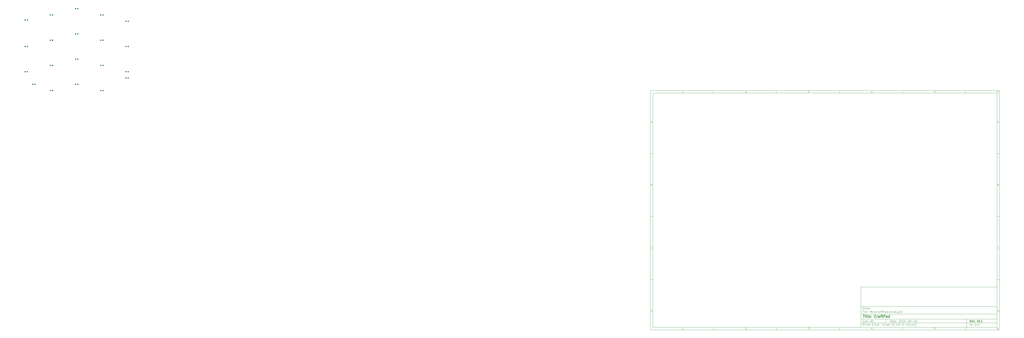
<source format=gbr>
%TF.GenerationSoftware,KiCad,Pcbnew,(5.1.9-0-10_14)*%
%TF.CreationDate,2021-04-02T00:26:10+08:00*%
%TF.ProjectId,MinecraftPad,4d696e65-6372-4616-9674-5061642e6b69,v0.1*%
%TF.SameCoordinates,Original*%
%TF.FileFunction,Paste,Top*%
%TF.FilePolarity,Positive*%
%FSLAX46Y46*%
G04 Gerber Fmt 4.6, Leading zero omitted, Abs format (unit mm)*
G04 Created by KiCad (PCBNEW (5.1.9-0-10_14)) date 2021-04-02 00:26:10*
%MOMM*%
%LPD*%
G01*
G04 APERTURE LIST*
%ADD10C,0.100000*%
%ADD11C,0.150000*%
%ADD12C,0.300000*%
%ADD13C,0.400000*%
G04 APERTURE END LIST*
D10*
D11*
X177002200Y-166007200D02*
X177002200Y-198007200D01*
X285002200Y-198007200D01*
X285002200Y-166007200D01*
X177002200Y-166007200D01*
D10*
D11*
X10000000Y-10000000D02*
X10000000Y-200007200D01*
X287002200Y-200007200D01*
X287002200Y-10000000D01*
X10000000Y-10000000D01*
D10*
D11*
X12000000Y-12000000D02*
X12000000Y-198007200D01*
X285002200Y-198007200D01*
X285002200Y-12000000D01*
X12000000Y-12000000D01*
D10*
D11*
X60000000Y-12000000D02*
X60000000Y-10000000D01*
D10*
D11*
X110000000Y-12000000D02*
X110000000Y-10000000D01*
D10*
D11*
X160000000Y-12000000D02*
X160000000Y-10000000D01*
D10*
D11*
X210000000Y-12000000D02*
X210000000Y-10000000D01*
D10*
D11*
X260000000Y-12000000D02*
X260000000Y-10000000D01*
D10*
D11*
X36065476Y-11588095D02*
X35322619Y-11588095D01*
X35694047Y-11588095D02*
X35694047Y-10288095D01*
X35570238Y-10473809D01*
X35446428Y-10597619D01*
X35322619Y-10659523D01*
D10*
D11*
X85322619Y-10411904D02*
X85384523Y-10350000D01*
X85508333Y-10288095D01*
X85817857Y-10288095D01*
X85941666Y-10350000D01*
X86003571Y-10411904D01*
X86065476Y-10535714D01*
X86065476Y-10659523D01*
X86003571Y-10845238D01*
X85260714Y-11588095D01*
X86065476Y-11588095D01*
D10*
D11*
X135260714Y-10288095D02*
X136065476Y-10288095D01*
X135632142Y-10783333D01*
X135817857Y-10783333D01*
X135941666Y-10845238D01*
X136003571Y-10907142D01*
X136065476Y-11030952D01*
X136065476Y-11340476D01*
X136003571Y-11464285D01*
X135941666Y-11526190D01*
X135817857Y-11588095D01*
X135446428Y-11588095D01*
X135322619Y-11526190D01*
X135260714Y-11464285D01*
D10*
D11*
X185941666Y-10721428D02*
X185941666Y-11588095D01*
X185632142Y-10226190D02*
X185322619Y-11154761D01*
X186127380Y-11154761D01*
D10*
D11*
X236003571Y-10288095D02*
X235384523Y-10288095D01*
X235322619Y-10907142D01*
X235384523Y-10845238D01*
X235508333Y-10783333D01*
X235817857Y-10783333D01*
X235941666Y-10845238D01*
X236003571Y-10907142D01*
X236065476Y-11030952D01*
X236065476Y-11340476D01*
X236003571Y-11464285D01*
X235941666Y-11526190D01*
X235817857Y-11588095D01*
X235508333Y-11588095D01*
X235384523Y-11526190D01*
X235322619Y-11464285D01*
D10*
D11*
X285941666Y-10288095D02*
X285694047Y-10288095D01*
X285570238Y-10350000D01*
X285508333Y-10411904D01*
X285384523Y-10597619D01*
X285322619Y-10845238D01*
X285322619Y-11340476D01*
X285384523Y-11464285D01*
X285446428Y-11526190D01*
X285570238Y-11588095D01*
X285817857Y-11588095D01*
X285941666Y-11526190D01*
X286003571Y-11464285D01*
X286065476Y-11340476D01*
X286065476Y-11030952D01*
X286003571Y-10907142D01*
X285941666Y-10845238D01*
X285817857Y-10783333D01*
X285570238Y-10783333D01*
X285446428Y-10845238D01*
X285384523Y-10907142D01*
X285322619Y-11030952D01*
D10*
D11*
X60000000Y-198007200D02*
X60000000Y-200007200D01*
D10*
D11*
X110000000Y-198007200D02*
X110000000Y-200007200D01*
D10*
D11*
X160000000Y-198007200D02*
X160000000Y-200007200D01*
D10*
D11*
X210000000Y-198007200D02*
X210000000Y-200007200D01*
D10*
D11*
X260000000Y-198007200D02*
X260000000Y-200007200D01*
D10*
D11*
X36065476Y-199595295D02*
X35322619Y-199595295D01*
X35694047Y-199595295D02*
X35694047Y-198295295D01*
X35570238Y-198481009D01*
X35446428Y-198604819D01*
X35322619Y-198666723D01*
D10*
D11*
X85322619Y-198419104D02*
X85384523Y-198357200D01*
X85508333Y-198295295D01*
X85817857Y-198295295D01*
X85941666Y-198357200D01*
X86003571Y-198419104D01*
X86065476Y-198542914D01*
X86065476Y-198666723D01*
X86003571Y-198852438D01*
X85260714Y-199595295D01*
X86065476Y-199595295D01*
D10*
D11*
X135260714Y-198295295D02*
X136065476Y-198295295D01*
X135632142Y-198790533D01*
X135817857Y-198790533D01*
X135941666Y-198852438D01*
X136003571Y-198914342D01*
X136065476Y-199038152D01*
X136065476Y-199347676D01*
X136003571Y-199471485D01*
X135941666Y-199533390D01*
X135817857Y-199595295D01*
X135446428Y-199595295D01*
X135322619Y-199533390D01*
X135260714Y-199471485D01*
D10*
D11*
X185941666Y-198728628D02*
X185941666Y-199595295D01*
X185632142Y-198233390D02*
X185322619Y-199161961D01*
X186127380Y-199161961D01*
D10*
D11*
X236003571Y-198295295D02*
X235384523Y-198295295D01*
X235322619Y-198914342D01*
X235384523Y-198852438D01*
X235508333Y-198790533D01*
X235817857Y-198790533D01*
X235941666Y-198852438D01*
X236003571Y-198914342D01*
X236065476Y-199038152D01*
X236065476Y-199347676D01*
X236003571Y-199471485D01*
X235941666Y-199533390D01*
X235817857Y-199595295D01*
X235508333Y-199595295D01*
X235384523Y-199533390D01*
X235322619Y-199471485D01*
D10*
D11*
X285941666Y-198295295D02*
X285694047Y-198295295D01*
X285570238Y-198357200D01*
X285508333Y-198419104D01*
X285384523Y-198604819D01*
X285322619Y-198852438D01*
X285322619Y-199347676D01*
X285384523Y-199471485D01*
X285446428Y-199533390D01*
X285570238Y-199595295D01*
X285817857Y-199595295D01*
X285941666Y-199533390D01*
X286003571Y-199471485D01*
X286065476Y-199347676D01*
X286065476Y-199038152D01*
X286003571Y-198914342D01*
X285941666Y-198852438D01*
X285817857Y-198790533D01*
X285570238Y-198790533D01*
X285446428Y-198852438D01*
X285384523Y-198914342D01*
X285322619Y-199038152D01*
D10*
D11*
X10000000Y-60000000D02*
X12000000Y-60000000D01*
D10*
D11*
X10000000Y-110000000D02*
X12000000Y-110000000D01*
D10*
D11*
X10000000Y-160000000D02*
X12000000Y-160000000D01*
D10*
D11*
X10690476Y-35216666D02*
X11309523Y-35216666D01*
X10566666Y-35588095D02*
X11000000Y-34288095D01*
X11433333Y-35588095D01*
D10*
D11*
X11092857Y-84907142D02*
X11278571Y-84969047D01*
X11340476Y-85030952D01*
X11402380Y-85154761D01*
X11402380Y-85340476D01*
X11340476Y-85464285D01*
X11278571Y-85526190D01*
X11154761Y-85588095D01*
X10659523Y-85588095D01*
X10659523Y-84288095D01*
X11092857Y-84288095D01*
X11216666Y-84350000D01*
X11278571Y-84411904D01*
X11340476Y-84535714D01*
X11340476Y-84659523D01*
X11278571Y-84783333D01*
X11216666Y-84845238D01*
X11092857Y-84907142D01*
X10659523Y-84907142D01*
D10*
D11*
X11402380Y-135464285D02*
X11340476Y-135526190D01*
X11154761Y-135588095D01*
X11030952Y-135588095D01*
X10845238Y-135526190D01*
X10721428Y-135402380D01*
X10659523Y-135278571D01*
X10597619Y-135030952D01*
X10597619Y-134845238D01*
X10659523Y-134597619D01*
X10721428Y-134473809D01*
X10845238Y-134350000D01*
X11030952Y-134288095D01*
X11154761Y-134288095D01*
X11340476Y-134350000D01*
X11402380Y-134411904D01*
D10*
D11*
X10659523Y-185588095D02*
X10659523Y-184288095D01*
X10969047Y-184288095D01*
X11154761Y-184350000D01*
X11278571Y-184473809D01*
X11340476Y-184597619D01*
X11402380Y-184845238D01*
X11402380Y-185030952D01*
X11340476Y-185278571D01*
X11278571Y-185402380D01*
X11154761Y-185526190D01*
X10969047Y-185588095D01*
X10659523Y-185588095D01*
D10*
D11*
X287002200Y-60000000D02*
X285002200Y-60000000D01*
D10*
D11*
X287002200Y-110000000D02*
X285002200Y-110000000D01*
D10*
D11*
X287002200Y-160000000D02*
X285002200Y-160000000D01*
D10*
D11*
X285692676Y-35216666D02*
X286311723Y-35216666D01*
X285568866Y-35588095D02*
X286002200Y-34288095D01*
X286435533Y-35588095D01*
D10*
D11*
X286095057Y-84907142D02*
X286280771Y-84969047D01*
X286342676Y-85030952D01*
X286404580Y-85154761D01*
X286404580Y-85340476D01*
X286342676Y-85464285D01*
X286280771Y-85526190D01*
X286156961Y-85588095D01*
X285661723Y-85588095D01*
X285661723Y-84288095D01*
X286095057Y-84288095D01*
X286218866Y-84350000D01*
X286280771Y-84411904D01*
X286342676Y-84535714D01*
X286342676Y-84659523D01*
X286280771Y-84783333D01*
X286218866Y-84845238D01*
X286095057Y-84907142D01*
X285661723Y-84907142D01*
D10*
D11*
X286404580Y-135464285D02*
X286342676Y-135526190D01*
X286156961Y-135588095D01*
X286033152Y-135588095D01*
X285847438Y-135526190D01*
X285723628Y-135402380D01*
X285661723Y-135278571D01*
X285599819Y-135030952D01*
X285599819Y-134845238D01*
X285661723Y-134597619D01*
X285723628Y-134473809D01*
X285847438Y-134350000D01*
X286033152Y-134288095D01*
X286156961Y-134288095D01*
X286342676Y-134350000D01*
X286404580Y-134411904D01*
D10*
D11*
X285661723Y-185588095D02*
X285661723Y-184288095D01*
X285971247Y-184288095D01*
X286156961Y-184350000D01*
X286280771Y-184473809D01*
X286342676Y-184597619D01*
X286404580Y-184845238D01*
X286404580Y-185030952D01*
X286342676Y-185278571D01*
X286280771Y-185402380D01*
X286156961Y-185526190D01*
X285971247Y-185588095D01*
X285661723Y-185588095D01*
D10*
D11*
X200434342Y-193785771D02*
X200434342Y-192285771D01*
X200791485Y-192285771D01*
X201005771Y-192357200D01*
X201148628Y-192500057D01*
X201220057Y-192642914D01*
X201291485Y-192928628D01*
X201291485Y-193142914D01*
X201220057Y-193428628D01*
X201148628Y-193571485D01*
X201005771Y-193714342D01*
X200791485Y-193785771D01*
X200434342Y-193785771D01*
X202577200Y-193785771D02*
X202577200Y-193000057D01*
X202505771Y-192857200D01*
X202362914Y-192785771D01*
X202077200Y-192785771D01*
X201934342Y-192857200D01*
X202577200Y-193714342D02*
X202434342Y-193785771D01*
X202077200Y-193785771D01*
X201934342Y-193714342D01*
X201862914Y-193571485D01*
X201862914Y-193428628D01*
X201934342Y-193285771D01*
X202077200Y-193214342D01*
X202434342Y-193214342D01*
X202577200Y-193142914D01*
X203077200Y-192785771D02*
X203648628Y-192785771D01*
X203291485Y-192285771D02*
X203291485Y-193571485D01*
X203362914Y-193714342D01*
X203505771Y-193785771D01*
X203648628Y-193785771D01*
X204720057Y-193714342D02*
X204577200Y-193785771D01*
X204291485Y-193785771D01*
X204148628Y-193714342D01*
X204077200Y-193571485D01*
X204077200Y-193000057D01*
X204148628Y-192857200D01*
X204291485Y-192785771D01*
X204577200Y-192785771D01*
X204720057Y-192857200D01*
X204791485Y-193000057D01*
X204791485Y-193142914D01*
X204077200Y-193285771D01*
X205434342Y-193642914D02*
X205505771Y-193714342D01*
X205434342Y-193785771D01*
X205362914Y-193714342D01*
X205434342Y-193642914D01*
X205434342Y-193785771D01*
X205434342Y-192857200D02*
X205505771Y-192928628D01*
X205434342Y-193000057D01*
X205362914Y-192928628D01*
X205434342Y-192857200D01*
X205434342Y-193000057D01*
X207220057Y-192428628D02*
X207291485Y-192357200D01*
X207434342Y-192285771D01*
X207791485Y-192285771D01*
X207934342Y-192357200D01*
X208005771Y-192428628D01*
X208077200Y-192571485D01*
X208077200Y-192714342D01*
X208005771Y-192928628D01*
X207148628Y-193785771D01*
X208077200Y-193785771D01*
X209005771Y-192285771D02*
X209148628Y-192285771D01*
X209291485Y-192357200D01*
X209362914Y-192428628D01*
X209434342Y-192571485D01*
X209505771Y-192857200D01*
X209505771Y-193214342D01*
X209434342Y-193500057D01*
X209362914Y-193642914D01*
X209291485Y-193714342D01*
X209148628Y-193785771D01*
X209005771Y-193785771D01*
X208862914Y-193714342D01*
X208791485Y-193642914D01*
X208720057Y-193500057D01*
X208648628Y-193214342D01*
X208648628Y-192857200D01*
X208720057Y-192571485D01*
X208791485Y-192428628D01*
X208862914Y-192357200D01*
X209005771Y-192285771D01*
X210077200Y-192428628D02*
X210148628Y-192357200D01*
X210291485Y-192285771D01*
X210648628Y-192285771D01*
X210791485Y-192357200D01*
X210862914Y-192428628D01*
X210934342Y-192571485D01*
X210934342Y-192714342D01*
X210862914Y-192928628D01*
X210005771Y-193785771D01*
X210934342Y-193785771D01*
X212362914Y-193785771D02*
X211505771Y-193785771D01*
X211934342Y-193785771D02*
X211934342Y-192285771D01*
X211791485Y-192500057D01*
X211648628Y-192642914D01*
X211505771Y-192714342D01*
X213005771Y-193214342D02*
X214148628Y-193214342D01*
X215148628Y-192285771D02*
X215291485Y-192285771D01*
X215434342Y-192357200D01*
X215505771Y-192428628D01*
X215577200Y-192571485D01*
X215648628Y-192857200D01*
X215648628Y-193214342D01*
X215577200Y-193500057D01*
X215505771Y-193642914D01*
X215434342Y-193714342D01*
X215291485Y-193785771D01*
X215148628Y-193785771D01*
X215005771Y-193714342D01*
X214934342Y-193642914D01*
X214862914Y-193500057D01*
X214791485Y-193214342D01*
X214791485Y-192857200D01*
X214862914Y-192571485D01*
X214934342Y-192428628D01*
X215005771Y-192357200D01*
X215148628Y-192285771D01*
X216934342Y-192785771D02*
X216934342Y-193785771D01*
X216577200Y-192214342D02*
X216220057Y-193285771D01*
X217148628Y-193285771D01*
X217720057Y-193214342D02*
X218862914Y-193214342D01*
X219862914Y-192285771D02*
X220005771Y-192285771D01*
X220148628Y-192357200D01*
X220220057Y-192428628D01*
X220291485Y-192571485D01*
X220362914Y-192857200D01*
X220362914Y-193214342D01*
X220291485Y-193500057D01*
X220220057Y-193642914D01*
X220148628Y-193714342D01*
X220005771Y-193785771D01*
X219862914Y-193785771D01*
X219720057Y-193714342D01*
X219648628Y-193642914D01*
X219577200Y-193500057D01*
X219505771Y-193214342D01*
X219505771Y-192857200D01*
X219577200Y-192571485D01*
X219648628Y-192428628D01*
X219720057Y-192357200D01*
X219862914Y-192285771D01*
X221791485Y-193785771D02*
X220934342Y-193785771D01*
X221362914Y-193785771D02*
X221362914Y-192285771D01*
X221220057Y-192500057D01*
X221077200Y-192642914D01*
X220934342Y-192714342D01*
D10*
D11*
X177002200Y-194507200D02*
X285002200Y-194507200D01*
D10*
D11*
X178434342Y-196585771D02*
X178434342Y-195085771D01*
X179291485Y-196585771D02*
X178648628Y-195728628D01*
X179291485Y-195085771D02*
X178434342Y-195942914D01*
X179934342Y-196585771D02*
X179934342Y-195585771D01*
X179934342Y-195085771D02*
X179862914Y-195157200D01*
X179934342Y-195228628D01*
X180005771Y-195157200D01*
X179934342Y-195085771D01*
X179934342Y-195228628D01*
X181505771Y-196442914D02*
X181434342Y-196514342D01*
X181220057Y-196585771D01*
X181077200Y-196585771D01*
X180862914Y-196514342D01*
X180720057Y-196371485D01*
X180648628Y-196228628D01*
X180577200Y-195942914D01*
X180577200Y-195728628D01*
X180648628Y-195442914D01*
X180720057Y-195300057D01*
X180862914Y-195157200D01*
X181077200Y-195085771D01*
X181220057Y-195085771D01*
X181434342Y-195157200D01*
X181505771Y-195228628D01*
X182791485Y-196585771D02*
X182791485Y-195800057D01*
X182720057Y-195657200D01*
X182577200Y-195585771D01*
X182291485Y-195585771D01*
X182148628Y-195657200D01*
X182791485Y-196514342D02*
X182648628Y-196585771D01*
X182291485Y-196585771D01*
X182148628Y-196514342D01*
X182077200Y-196371485D01*
X182077200Y-196228628D01*
X182148628Y-196085771D01*
X182291485Y-196014342D01*
X182648628Y-196014342D01*
X182791485Y-195942914D01*
X184148628Y-196585771D02*
X184148628Y-195085771D01*
X184148628Y-196514342D02*
X184005771Y-196585771D01*
X183720057Y-196585771D01*
X183577200Y-196514342D01*
X183505771Y-196442914D01*
X183434342Y-196300057D01*
X183434342Y-195871485D01*
X183505771Y-195728628D01*
X183577200Y-195657200D01*
X183720057Y-195585771D01*
X184005771Y-195585771D01*
X184148628Y-195657200D01*
X186005771Y-195800057D02*
X186505771Y-195800057D01*
X186720057Y-196585771D02*
X186005771Y-196585771D01*
X186005771Y-195085771D01*
X186720057Y-195085771D01*
X187362914Y-196442914D02*
X187434342Y-196514342D01*
X187362914Y-196585771D01*
X187291485Y-196514342D01*
X187362914Y-196442914D01*
X187362914Y-196585771D01*
X188077200Y-196585771D02*
X188077200Y-195085771D01*
X188434342Y-195085771D01*
X188648628Y-195157200D01*
X188791485Y-195300057D01*
X188862914Y-195442914D01*
X188934342Y-195728628D01*
X188934342Y-195942914D01*
X188862914Y-196228628D01*
X188791485Y-196371485D01*
X188648628Y-196514342D01*
X188434342Y-196585771D01*
X188077200Y-196585771D01*
X189577200Y-196442914D02*
X189648628Y-196514342D01*
X189577200Y-196585771D01*
X189505771Y-196514342D01*
X189577200Y-196442914D01*
X189577200Y-196585771D01*
X190220057Y-196157200D02*
X190934342Y-196157200D01*
X190077200Y-196585771D02*
X190577200Y-195085771D01*
X191077200Y-196585771D01*
X191577200Y-196442914D02*
X191648628Y-196514342D01*
X191577200Y-196585771D01*
X191505771Y-196514342D01*
X191577200Y-196442914D01*
X191577200Y-196585771D01*
X194577200Y-196585771D02*
X194577200Y-195085771D01*
X194720057Y-196014342D02*
X195148628Y-196585771D01*
X195148628Y-195585771D02*
X194577200Y-196157200D01*
X195791485Y-196585771D02*
X195791485Y-195585771D01*
X195791485Y-195085771D02*
X195720057Y-195157200D01*
X195791485Y-195228628D01*
X195862914Y-195157200D01*
X195791485Y-195085771D01*
X195791485Y-195228628D01*
X197148628Y-196514342D02*
X197005771Y-196585771D01*
X196720057Y-196585771D01*
X196577200Y-196514342D01*
X196505771Y-196442914D01*
X196434342Y-196300057D01*
X196434342Y-195871485D01*
X196505771Y-195728628D01*
X196577200Y-195657200D01*
X196720057Y-195585771D01*
X197005771Y-195585771D01*
X197148628Y-195657200D01*
X198434342Y-196585771D02*
X198434342Y-195800057D01*
X198362914Y-195657200D01*
X198220057Y-195585771D01*
X197934342Y-195585771D01*
X197791485Y-195657200D01*
X198434342Y-196514342D02*
X198291485Y-196585771D01*
X197934342Y-196585771D01*
X197791485Y-196514342D01*
X197720057Y-196371485D01*
X197720057Y-196228628D01*
X197791485Y-196085771D01*
X197934342Y-196014342D01*
X198291485Y-196014342D01*
X198434342Y-195942914D01*
X199791485Y-196585771D02*
X199791485Y-195085771D01*
X199791485Y-196514342D02*
X199648628Y-196585771D01*
X199362914Y-196585771D01*
X199220057Y-196514342D01*
X199148628Y-196442914D01*
X199077200Y-196300057D01*
X199077200Y-195871485D01*
X199148628Y-195728628D01*
X199220057Y-195657200D01*
X199362914Y-195585771D01*
X199648628Y-195585771D01*
X199791485Y-195657200D01*
X202077200Y-197157200D02*
X202005771Y-197085771D01*
X201862914Y-196871485D01*
X201791485Y-196728628D01*
X201720057Y-196514342D01*
X201648628Y-196157200D01*
X201648628Y-195871485D01*
X201720057Y-195514342D01*
X201791485Y-195300057D01*
X201862914Y-195157200D01*
X202005771Y-194942914D01*
X202077200Y-194871485D01*
X203362914Y-195085771D02*
X202648628Y-195085771D01*
X202577200Y-195800057D01*
X202648628Y-195728628D01*
X202791485Y-195657200D01*
X203148628Y-195657200D01*
X203291485Y-195728628D01*
X203362914Y-195800057D01*
X203434342Y-195942914D01*
X203434342Y-196300057D01*
X203362914Y-196442914D01*
X203291485Y-196514342D01*
X203148628Y-196585771D01*
X202791485Y-196585771D01*
X202648628Y-196514342D01*
X202577200Y-196442914D01*
X204077200Y-196442914D02*
X204148628Y-196514342D01*
X204077200Y-196585771D01*
X204005771Y-196514342D01*
X204077200Y-196442914D01*
X204077200Y-196585771D01*
X205577200Y-196585771D02*
X204720057Y-196585771D01*
X205148628Y-196585771D02*
X205148628Y-195085771D01*
X205005771Y-195300057D01*
X204862914Y-195442914D01*
X204720057Y-195514342D01*
X206220057Y-196442914D02*
X206291485Y-196514342D01*
X206220057Y-196585771D01*
X206148628Y-196514342D01*
X206220057Y-196442914D01*
X206220057Y-196585771D01*
X207005771Y-196585771D02*
X207291485Y-196585771D01*
X207434342Y-196514342D01*
X207505771Y-196442914D01*
X207648628Y-196228628D01*
X207720057Y-195942914D01*
X207720057Y-195371485D01*
X207648628Y-195228628D01*
X207577200Y-195157200D01*
X207434342Y-195085771D01*
X207148628Y-195085771D01*
X207005771Y-195157200D01*
X206934342Y-195228628D01*
X206862914Y-195371485D01*
X206862914Y-195728628D01*
X206934342Y-195871485D01*
X207005771Y-195942914D01*
X207148628Y-196014342D01*
X207434342Y-196014342D01*
X207577200Y-195942914D01*
X207648628Y-195871485D01*
X207720057Y-195728628D01*
X208362914Y-196014342D02*
X209505771Y-196014342D01*
X210505771Y-195085771D02*
X210648628Y-195085771D01*
X210791485Y-195157200D01*
X210862914Y-195228628D01*
X210934342Y-195371485D01*
X211005771Y-195657200D01*
X211005771Y-196014342D01*
X210934342Y-196300057D01*
X210862914Y-196442914D01*
X210791485Y-196514342D01*
X210648628Y-196585771D01*
X210505771Y-196585771D01*
X210362914Y-196514342D01*
X210291485Y-196442914D01*
X210220057Y-196300057D01*
X210148628Y-196014342D01*
X210148628Y-195657200D01*
X210220057Y-195371485D01*
X210291485Y-195228628D01*
X210362914Y-195157200D01*
X210505771Y-195085771D01*
X211648628Y-196014342D02*
X212791485Y-196014342D01*
X214291485Y-196585771D02*
X213434342Y-196585771D01*
X213862914Y-196585771D02*
X213862914Y-195085771D01*
X213720057Y-195300057D01*
X213577200Y-195442914D01*
X213434342Y-195514342D01*
X215220057Y-195085771D02*
X215362914Y-195085771D01*
X215505771Y-195157200D01*
X215577200Y-195228628D01*
X215648628Y-195371485D01*
X215720057Y-195657200D01*
X215720057Y-196014342D01*
X215648628Y-196300057D01*
X215577200Y-196442914D01*
X215505771Y-196514342D01*
X215362914Y-196585771D01*
X215220057Y-196585771D01*
X215077200Y-196514342D01*
X215005771Y-196442914D01*
X214934342Y-196300057D01*
X214862914Y-196014342D01*
X214862914Y-195657200D01*
X214934342Y-195371485D01*
X215005771Y-195228628D01*
X215077200Y-195157200D01*
X215220057Y-195085771D01*
X216005771Y-196728628D02*
X217148628Y-196728628D01*
X218291485Y-196585771D02*
X217434342Y-196585771D01*
X217862914Y-196585771D02*
X217862914Y-195085771D01*
X217720057Y-195300057D01*
X217577200Y-195442914D01*
X217434342Y-195514342D01*
X219577200Y-195585771D02*
X219577200Y-196585771D01*
X219220057Y-195014342D02*
X218862914Y-196085771D01*
X219791485Y-196085771D01*
X220220057Y-197157200D02*
X220291485Y-197085771D01*
X220434342Y-196871485D01*
X220505771Y-196728628D01*
X220577200Y-196514342D01*
X220648628Y-196157200D01*
X220648628Y-195871485D01*
X220577200Y-195514342D01*
X220505771Y-195300057D01*
X220434342Y-195157200D01*
X220291485Y-194942914D01*
X220220057Y-194871485D01*
D10*
D11*
X177002200Y-191507200D02*
X285002200Y-191507200D01*
D10*
D12*
X264411485Y-193785771D02*
X263911485Y-193071485D01*
X263554342Y-193785771D02*
X263554342Y-192285771D01*
X264125771Y-192285771D01*
X264268628Y-192357200D01*
X264340057Y-192428628D01*
X264411485Y-192571485D01*
X264411485Y-192785771D01*
X264340057Y-192928628D01*
X264268628Y-193000057D01*
X264125771Y-193071485D01*
X263554342Y-193071485D01*
X265625771Y-193714342D02*
X265482914Y-193785771D01*
X265197200Y-193785771D01*
X265054342Y-193714342D01*
X264982914Y-193571485D01*
X264982914Y-193000057D01*
X265054342Y-192857200D01*
X265197200Y-192785771D01*
X265482914Y-192785771D01*
X265625771Y-192857200D01*
X265697200Y-193000057D01*
X265697200Y-193142914D01*
X264982914Y-193285771D01*
X266197200Y-192785771D02*
X266554342Y-193785771D01*
X266911485Y-192785771D01*
X267482914Y-193642914D02*
X267554342Y-193714342D01*
X267482914Y-193785771D01*
X267411485Y-193714342D01*
X267482914Y-193642914D01*
X267482914Y-193785771D01*
X267482914Y-192857200D02*
X267554342Y-192928628D01*
X267482914Y-193000057D01*
X267411485Y-192928628D01*
X267482914Y-192857200D01*
X267482914Y-193000057D01*
X269197200Y-192785771D02*
X269554342Y-193785771D01*
X269911485Y-192785771D01*
X270768628Y-192285771D02*
X270911485Y-192285771D01*
X271054342Y-192357200D01*
X271125771Y-192428628D01*
X271197200Y-192571485D01*
X271268628Y-192857200D01*
X271268628Y-193214342D01*
X271197200Y-193500057D01*
X271125771Y-193642914D01*
X271054342Y-193714342D01*
X270911485Y-193785771D01*
X270768628Y-193785771D01*
X270625771Y-193714342D01*
X270554342Y-193642914D01*
X270482914Y-193500057D01*
X270411485Y-193214342D01*
X270411485Y-192857200D01*
X270482914Y-192571485D01*
X270554342Y-192428628D01*
X270625771Y-192357200D01*
X270768628Y-192285771D01*
X271911485Y-193642914D02*
X271982914Y-193714342D01*
X271911485Y-193785771D01*
X271840057Y-193714342D01*
X271911485Y-193642914D01*
X271911485Y-193785771D01*
X273411485Y-193785771D02*
X272554342Y-193785771D01*
X272982914Y-193785771D02*
X272982914Y-192285771D01*
X272840057Y-192500057D01*
X272697200Y-192642914D01*
X272554342Y-192714342D01*
D10*
D11*
X178362914Y-193714342D02*
X178577200Y-193785771D01*
X178934342Y-193785771D01*
X179077200Y-193714342D01*
X179148628Y-193642914D01*
X179220057Y-193500057D01*
X179220057Y-193357200D01*
X179148628Y-193214342D01*
X179077200Y-193142914D01*
X178934342Y-193071485D01*
X178648628Y-193000057D01*
X178505771Y-192928628D01*
X178434342Y-192857200D01*
X178362914Y-192714342D01*
X178362914Y-192571485D01*
X178434342Y-192428628D01*
X178505771Y-192357200D01*
X178648628Y-192285771D01*
X179005771Y-192285771D01*
X179220057Y-192357200D01*
X179862914Y-193785771D02*
X179862914Y-192785771D01*
X179862914Y-192285771D02*
X179791485Y-192357200D01*
X179862914Y-192428628D01*
X179934342Y-192357200D01*
X179862914Y-192285771D01*
X179862914Y-192428628D01*
X180434342Y-192785771D02*
X181220057Y-192785771D01*
X180434342Y-193785771D01*
X181220057Y-193785771D01*
X182362914Y-193714342D02*
X182220057Y-193785771D01*
X181934342Y-193785771D01*
X181791485Y-193714342D01*
X181720057Y-193571485D01*
X181720057Y-193000057D01*
X181791485Y-192857200D01*
X181934342Y-192785771D01*
X182220057Y-192785771D01*
X182362914Y-192857200D01*
X182434342Y-193000057D01*
X182434342Y-193142914D01*
X181720057Y-193285771D01*
X183077200Y-193642914D02*
X183148628Y-193714342D01*
X183077200Y-193785771D01*
X183005771Y-193714342D01*
X183077200Y-193642914D01*
X183077200Y-193785771D01*
X183077200Y-192857200D02*
X183148628Y-192928628D01*
X183077200Y-193000057D01*
X183005771Y-192928628D01*
X183077200Y-192857200D01*
X183077200Y-193000057D01*
X184862914Y-193357200D02*
X185577200Y-193357200D01*
X184720057Y-193785771D02*
X185220057Y-192285771D01*
X185720057Y-193785771D01*
X186862914Y-192785771D02*
X186862914Y-193785771D01*
X186505771Y-192214342D02*
X186148628Y-193285771D01*
X187077200Y-193285771D01*
D10*
D11*
X263434342Y-196585771D02*
X263434342Y-195085771D01*
X264791485Y-196585771D02*
X264791485Y-195085771D01*
X264791485Y-196514342D02*
X264648628Y-196585771D01*
X264362914Y-196585771D01*
X264220057Y-196514342D01*
X264148628Y-196442914D01*
X264077200Y-196300057D01*
X264077200Y-195871485D01*
X264148628Y-195728628D01*
X264220057Y-195657200D01*
X264362914Y-195585771D01*
X264648628Y-195585771D01*
X264791485Y-195657200D01*
X265505771Y-196442914D02*
X265577200Y-196514342D01*
X265505771Y-196585771D01*
X265434342Y-196514342D01*
X265505771Y-196442914D01*
X265505771Y-196585771D01*
X265505771Y-195657200D02*
X265577200Y-195728628D01*
X265505771Y-195800057D01*
X265434342Y-195728628D01*
X265505771Y-195657200D01*
X265505771Y-195800057D01*
X268148628Y-196585771D02*
X267291485Y-196585771D01*
X267720057Y-196585771D02*
X267720057Y-195085771D01*
X267577200Y-195300057D01*
X267434342Y-195442914D01*
X267291485Y-195514342D01*
X269862914Y-195014342D02*
X268577200Y-196942914D01*
X271148628Y-196585771D02*
X270291485Y-196585771D01*
X270720057Y-196585771D02*
X270720057Y-195085771D01*
X270577200Y-195300057D01*
X270434342Y-195442914D01*
X270291485Y-195514342D01*
D10*
D11*
X177002200Y-187507200D02*
X285002200Y-187507200D01*
D10*
D13*
X178714580Y-188211961D02*
X179857438Y-188211961D01*
X179036009Y-190211961D02*
X179286009Y-188211961D01*
X180274104Y-190211961D02*
X180440771Y-188878628D01*
X180524104Y-188211961D02*
X180416961Y-188307200D01*
X180500295Y-188402438D01*
X180607438Y-188307200D01*
X180524104Y-188211961D01*
X180500295Y-188402438D01*
X181107438Y-188878628D02*
X181869342Y-188878628D01*
X181476485Y-188211961D02*
X181262200Y-189926247D01*
X181333628Y-190116723D01*
X181512200Y-190211961D01*
X181702676Y-190211961D01*
X182655057Y-190211961D02*
X182476485Y-190116723D01*
X182405057Y-189926247D01*
X182619342Y-188211961D01*
X184190771Y-190116723D02*
X183988390Y-190211961D01*
X183607438Y-190211961D01*
X183428866Y-190116723D01*
X183357438Y-189926247D01*
X183452676Y-189164342D01*
X183571723Y-188973866D01*
X183774104Y-188878628D01*
X184155057Y-188878628D01*
X184333628Y-188973866D01*
X184405057Y-189164342D01*
X184381247Y-189354819D01*
X183405057Y-189545295D01*
X185155057Y-190021485D02*
X185238390Y-190116723D01*
X185131247Y-190211961D01*
X185047914Y-190116723D01*
X185155057Y-190021485D01*
X185131247Y-190211961D01*
X185286009Y-188973866D02*
X185369342Y-189069104D01*
X185262200Y-189164342D01*
X185178866Y-189069104D01*
X185286009Y-188973866D01*
X185262200Y-189164342D01*
X188774104Y-190021485D02*
X188666961Y-190116723D01*
X188369342Y-190211961D01*
X188178866Y-190211961D01*
X187905057Y-190116723D01*
X187738390Y-189926247D01*
X187666961Y-189735771D01*
X187619342Y-189354819D01*
X187655057Y-189069104D01*
X187797914Y-188688152D01*
X187916961Y-188497676D01*
X188131247Y-188307200D01*
X188428866Y-188211961D01*
X188619342Y-188211961D01*
X188893152Y-188307200D01*
X188976485Y-188402438D01*
X189607438Y-190211961D02*
X189774104Y-188878628D01*
X189726485Y-189259580D02*
X189845533Y-189069104D01*
X189952676Y-188973866D01*
X190155057Y-188878628D01*
X190345533Y-188878628D01*
X191702676Y-190211961D02*
X191833628Y-189164342D01*
X191762200Y-188973866D01*
X191583628Y-188878628D01*
X191202676Y-188878628D01*
X191000295Y-188973866D01*
X191714580Y-190116723D02*
X191512200Y-190211961D01*
X191036009Y-190211961D01*
X190857438Y-190116723D01*
X190786009Y-189926247D01*
X190809819Y-189735771D01*
X190928866Y-189545295D01*
X191131247Y-189450057D01*
X191607438Y-189450057D01*
X191809819Y-189354819D01*
X192536009Y-188878628D02*
X193297914Y-188878628D01*
X192655057Y-190211961D02*
X192869342Y-188497676D01*
X192988390Y-188307200D01*
X193190771Y-188211961D01*
X193381247Y-188211961D01*
X193678866Y-188878628D02*
X194440771Y-188878628D01*
X194047914Y-188211961D02*
X193833628Y-189926247D01*
X193905057Y-190116723D01*
X194083628Y-190211961D01*
X194274104Y-190211961D01*
X194940771Y-190211961D02*
X195190771Y-188211961D01*
X195952676Y-188211961D01*
X196131247Y-188307200D01*
X196214580Y-188402438D01*
X196286009Y-188592914D01*
X196250295Y-188878628D01*
X196131247Y-189069104D01*
X196024104Y-189164342D01*
X195821723Y-189259580D01*
X195059819Y-189259580D01*
X197797914Y-190211961D02*
X197928866Y-189164342D01*
X197857438Y-188973866D01*
X197678866Y-188878628D01*
X197297914Y-188878628D01*
X197095533Y-188973866D01*
X197809819Y-190116723D02*
X197607438Y-190211961D01*
X197131247Y-190211961D01*
X196952676Y-190116723D01*
X196881247Y-189926247D01*
X196905057Y-189735771D01*
X197024104Y-189545295D01*
X197226485Y-189450057D01*
X197702676Y-189450057D01*
X197905057Y-189354819D01*
X199607438Y-190211961D02*
X199857438Y-188211961D01*
X199619342Y-190116723D02*
X199416961Y-190211961D01*
X199036009Y-190211961D01*
X198857438Y-190116723D01*
X198774104Y-190021485D01*
X198702676Y-189831009D01*
X198774104Y-189259580D01*
X198893152Y-189069104D01*
X199000295Y-188973866D01*
X199202676Y-188878628D01*
X199583628Y-188878628D01*
X199762200Y-188973866D01*
D10*
D11*
X178934342Y-185600057D02*
X178434342Y-185600057D01*
X178434342Y-186385771D02*
X178434342Y-184885771D01*
X179148628Y-184885771D01*
X179720057Y-186385771D02*
X179720057Y-185385771D01*
X179720057Y-184885771D02*
X179648628Y-184957200D01*
X179720057Y-185028628D01*
X179791485Y-184957200D01*
X179720057Y-184885771D01*
X179720057Y-185028628D01*
X180648628Y-186385771D02*
X180505771Y-186314342D01*
X180434342Y-186171485D01*
X180434342Y-184885771D01*
X181791485Y-186314342D02*
X181648628Y-186385771D01*
X181362914Y-186385771D01*
X181220057Y-186314342D01*
X181148628Y-186171485D01*
X181148628Y-185600057D01*
X181220057Y-185457200D01*
X181362914Y-185385771D01*
X181648628Y-185385771D01*
X181791485Y-185457200D01*
X181862914Y-185600057D01*
X181862914Y-185742914D01*
X181148628Y-185885771D01*
X182505771Y-186242914D02*
X182577200Y-186314342D01*
X182505771Y-186385771D01*
X182434342Y-186314342D01*
X182505771Y-186242914D01*
X182505771Y-186385771D01*
X182505771Y-185457200D02*
X182577200Y-185528628D01*
X182505771Y-185600057D01*
X182434342Y-185528628D01*
X182505771Y-185457200D01*
X182505771Y-185600057D01*
X184362914Y-186385771D02*
X184362914Y-184885771D01*
X184862914Y-185957200D01*
X185362914Y-184885771D01*
X185362914Y-186385771D01*
X186077200Y-186385771D02*
X186077200Y-185385771D01*
X186077200Y-184885771D02*
X186005771Y-184957200D01*
X186077200Y-185028628D01*
X186148628Y-184957200D01*
X186077200Y-184885771D01*
X186077200Y-185028628D01*
X186791485Y-185385771D02*
X186791485Y-186385771D01*
X186791485Y-185528628D02*
X186862914Y-185457200D01*
X187005771Y-185385771D01*
X187220057Y-185385771D01*
X187362914Y-185457200D01*
X187434342Y-185600057D01*
X187434342Y-186385771D01*
X188720057Y-186314342D02*
X188577200Y-186385771D01*
X188291485Y-186385771D01*
X188148628Y-186314342D01*
X188077200Y-186171485D01*
X188077200Y-185600057D01*
X188148628Y-185457200D01*
X188291485Y-185385771D01*
X188577200Y-185385771D01*
X188720057Y-185457200D01*
X188791485Y-185600057D01*
X188791485Y-185742914D01*
X188077200Y-185885771D01*
X190077200Y-186314342D02*
X189934342Y-186385771D01*
X189648628Y-186385771D01*
X189505771Y-186314342D01*
X189434342Y-186242914D01*
X189362914Y-186100057D01*
X189362914Y-185671485D01*
X189434342Y-185528628D01*
X189505771Y-185457200D01*
X189648628Y-185385771D01*
X189934342Y-185385771D01*
X190077200Y-185457200D01*
X190720057Y-186385771D02*
X190720057Y-185385771D01*
X190720057Y-185671485D02*
X190791485Y-185528628D01*
X190862914Y-185457200D01*
X191005771Y-185385771D01*
X191148628Y-185385771D01*
X192291485Y-186385771D02*
X192291485Y-185600057D01*
X192220057Y-185457200D01*
X192077200Y-185385771D01*
X191791485Y-185385771D01*
X191648628Y-185457200D01*
X192291485Y-186314342D02*
X192148628Y-186385771D01*
X191791485Y-186385771D01*
X191648628Y-186314342D01*
X191577200Y-186171485D01*
X191577200Y-186028628D01*
X191648628Y-185885771D01*
X191791485Y-185814342D01*
X192148628Y-185814342D01*
X192291485Y-185742914D01*
X192791485Y-185385771D02*
X193362914Y-185385771D01*
X193005771Y-186385771D02*
X193005771Y-185100057D01*
X193077200Y-184957200D01*
X193220057Y-184885771D01*
X193362914Y-184885771D01*
X193648628Y-185385771D02*
X194220057Y-185385771D01*
X193862914Y-184885771D02*
X193862914Y-186171485D01*
X193934342Y-186314342D01*
X194077200Y-186385771D01*
X194220057Y-186385771D01*
X194720057Y-186385771D02*
X194720057Y-184885771D01*
X195291485Y-184885771D01*
X195434342Y-184957200D01*
X195505771Y-185028628D01*
X195577200Y-185171485D01*
X195577200Y-185385771D01*
X195505771Y-185528628D01*
X195434342Y-185600057D01*
X195291485Y-185671485D01*
X194720057Y-185671485D01*
X196862914Y-186385771D02*
X196862914Y-185600057D01*
X196791485Y-185457200D01*
X196648628Y-185385771D01*
X196362914Y-185385771D01*
X196220057Y-185457200D01*
X196862914Y-186314342D02*
X196720057Y-186385771D01*
X196362914Y-186385771D01*
X196220057Y-186314342D01*
X196148628Y-186171485D01*
X196148628Y-186028628D01*
X196220057Y-185885771D01*
X196362914Y-185814342D01*
X196720057Y-185814342D01*
X196862914Y-185742914D01*
X198220057Y-186385771D02*
X198220057Y-184885771D01*
X198220057Y-186314342D02*
X198077200Y-186385771D01*
X197791485Y-186385771D01*
X197648628Y-186314342D01*
X197577200Y-186242914D01*
X197505771Y-186100057D01*
X197505771Y-185671485D01*
X197577200Y-185528628D01*
X197648628Y-185457200D01*
X197791485Y-185385771D01*
X198077200Y-185385771D01*
X198220057Y-185457200D01*
X198934342Y-186242914D02*
X199005771Y-186314342D01*
X198934342Y-186385771D01*
X198862914Y-186314342D01*
X198934342Y-186242914D01*
X198934342Y-186385771D01*
X199648628Y-186385771D02*
X199648628Y-184885771D01*
X199791485Y-185814342D02*
X200220057Y-186385771D01*
X200220057Y-185385771D02*
X199648628Y-185957200D01*
X200862914Y-186385771D02*
X200862914Y-185385771D01*
X200862914Y-184885771D02*
X200791485Y-184957200D01*
X200862914Y-185028628D01*
X200934342Y-184957200D01*
X200862914Y-184885771D01*
X200862914Y-185028628D01*
X202220057Y-186314342D02*
X202077200Y-186385771D01*
X201791485Y-186385771D01*
X201648628Y-186314342D01*
X201577200Y-186242914D01*
X201505771Y-186100057D01*
X201505771Y-185671485D01*
X201577200Y-185528628D01*
X201648628Y-185457200D01*
X201791485Y-185385771D01*
X202077200Y-185385771D01*
X202220057Y-185457200D01*
X203505771Y-186385771D02*
X203505771Y-185600057D01*
X203434342Y-185457200D01*
X203291485Y-185385771D01*
X203005771Y-185385771D01*
X202862914Y-185457200D01*
X203505771Y-186314342D02*
X203362914Y-186385771D01*
X203005771Y-186385771D01*
X202862914Y-186314342D01*
X202791485Y-186171485D01*
X202791485Y-186028628D01*
X202862914Y-185885771D01*
X203005771Y-185814342D01*
X203362914Y-185814342D01*
X203505771Y-185742914D01*
X204862914Y-186385771D02*
X204862914Y-184885771D01*
X204862914Y-186314342D02*
X204720057Y-186385771D01*
X204434342Y-186385771D01*
X204291485Y-186314342D01*
X204220057Y-186242914D01*
X204148628Y-186100057D01*
X204148628Y-185671485D01*
X204220057Y-185528628D01*
X204291485Y-185457200D01*
X204434342Y-185385771D01*
X204720057Y-185385771D01*
X204862914Y-185457200D01*
X205220057Y-186528628D02*
X206362914Y-186528628D01*
X206720057Y-185385771D02*
X206720057Y-186885771D01*
X206720057Y-185457200D02*
X206862914Y-185385771D01*
X207148628Y-185385771D01*
X207291485Y-185457200D01*
X207362914Y-185528628D01*
X207434342Y-185671485D01*
X207434342Y-186100057D01*
X207362914Y-186242914D01*
X207291485Y-186314342D01*
X207148628Y-186385771D01*
X206862914Y-186385771D01*
X206720057Y-186314342D01*
X208720057Y-186314342D02*
X208577200Y-186385771D01*
X208291485Y-186385771D01*
X208148628Y-186314342D01*
X208077200Y-186242914D01*
X208005771Y-186100057D01*
X208005771Y-185671485D01*
X208077200Y-185528628D01*
X208148628Y-185457200D01*
X208291485Y-185385771D01*
X208577200Y-185385771D01*
X208720057Y-185457200D01*
X209362914Y-186385771D02*
X209362914Y-184885771D01*
X209362914Y-185457200D02*
X209505771Y-185385771D01*
X209791485Y-185385771D01*
X209934342Y-185457200D01*
X210005771Y-185528628D01*
X210077200Y-185671485D01*
X210077200Y-186100057D01*
X210005771Y-186242914D01*
X209934342Y-186314342D01*
X209791485Y-186385771D01*
X209505771Y-186385771D01*
X209362914Y-186314342D01*
D10*
D11*
X177002200Y-181507200D02*
X285002200Y-181507200D01*
D10*
D11*
X178362914Y-183614342D02*
X178577200Y-183685771D01*
X178934342Y-183685771D01*
X179077200Y-183614342D01*
X179148628Y-183542914D01*
X179220057Y-183400057D01*
X179220057Y-183257200D01*
X179148628Y-183114342D01*
X179077200Y-183042914D01*
X178934342Y-182971485D01*
X178648628Y-182900057D01*
X178505771Y-182828628D01*
X178434342Y-182757200D01*
X178362914Y-182614342D01*
X178362914Y-182471485D01*
X178434342Y-182328628D01*
X178505771Y-182257200D01*
X178648628Y-182185771D01*
X179005771Y-182185771D01*
X179220057Y-182257200D01*
X179862914Y-183685771D02*
X179862914Y-182185771D01*
X180505771Y-183685771D02*
X180505771Y-182900057D01*
X180434342Y-182757200D01*
X180291485Y-182685771D01*
X180077200Y-182685771D01*
X179934342Y-182757200D01*
X179862914Y-182828628D01*
X181791485Y-183614342D02*
X181648628Y-183685771D01*
X181362914Y-183685771D01*
X181220057Y-183614342D01*
X181148628Y-183471485D01*
X181148628Y-182900057D01*
X181220057Y-182757200D01*
X181362914Y-182685771D01*
X181648628Y-182685771D01*
X181791485Y-182757200D01*
X181862914Y-182900057D01*
X181862914Y-183042914D01*
X181148628Y-183185771D01*
X183077200Y-183614342D02*
X182934342Y-183685771D01*
X182648628Y-183685771D01*
X182505771Y-183614342D01*
X182434342Y-183471485D01*
X182434342Y-182900057D01*
X182505771Y-182757200D01*
X182648628Y-182685771D01*
X182934342Y-182685771D01*
X183077200Y-182757200D01*
X183148628Y-182900057D01*
X183148628Y-183042914D01*
X182434342Y-183185771D01*
X183577200Y-182685771D02*
X184148628Y-182685771D01*
X183791485Y-182185771D02*
X183791485Y-183471485D01*
X183862914Y-183614342D01*
X184005771Y-183685771D01*
X184148628Y-183685771D01*
X184648628Y-183542914D02*
X184720057Y-183614342D01*
X184648628Y-183685771D01*
X184577200Y-183614342D01*
X184648628Y-183542914D01*
X184648628Y-183685771D01*
X184648628Y-182757200D02*
X184720057Y-182828628D01*
X184648628Y-182900057D01*
X184577200Y-182828628D01*
X184648628Y-182757200D01*
X184648628Y-182900057D01*
D10*
D11*
X197002200Y-191507200D02*
X197002200Y-194507200D01*
D10*
D11*
X261002200Y-191507200D02*
X261002200Y-198007200D01*
%TO.C,D20*%
G36*
G01*
X-478650000Y-5237500D02*
X-478650000Y-4762500D01*
G75*
G02*
X-478412500Y-4525000I237500J0D01*
G01*
X-477837500Y-4525000D01*
G75*
G02*
X-477600000Y-4762500I0J-237500D01*
G01*
X-477600000Y-5237500D01*
G75*
G02*
X-477837500Y-5475000I-237500J0D01*
G01*
X-478412500Y-5475000D01*
G75*
G02*
X-478650000Y-5237500I0J237500D01*
G01*
G37*
G36*
G01*
X-480400000Y-5237500D02*
X-480400000Y-4762500D01*
G75*
G02*
X-480162500Y-4525000I237500J0D01*
G01*
X-479587500Y-4525000D01*
G75*
G02*
X-479350000Y-4762500I0J-237500D01*
G01*
X-479350000Y-5237500D01*
G75*
G02*
X-479587500Y-5475000I-237500J0D01*
G01*
X-480162500Y-5475000D01*
G75*
G02*
X-480400000Y-5237500I0J237500D01*
G01*
G37*
%TD*%
%TO.C,D19*%
G36*
G01*
X-464650000Y-10237500D02*
X-464650000Y-9762500D01*
G75*
G02*
X-464412500Y-9525000I237500J0D01*
G01*
X-463837500Y-9525000D01*
G75*
G02*
X-463600000Y-9762500I0J-237500D01*
G01*
X-463600000Y-10237500D01*
G75*
G02*
X-463837500Y-10475000I-237500J0D01*
G01*
X-464412500Y-10475000D01*
G75*
G02*
X-464650000Y-10237500I0J237500D01*
G01*
G37*
G36*
G01*
X-466400000Y-10237500D02*
X-466400000Y-9762500D01*
G75*
G02*
X-466162500Y-9525000I237500J0D01*
G01*
X-465587500Y-9525000D01*
G75*
G02*
X-465350000Y-9762500I0J-237500D01*
G01*
X-465350000Y-10237500D01*
G75*
G02*
X-465587500Y-10475000I-237500J0D01*
G01*
X-466162500Y-10475000D01*
G75*
G02*
X-466400000Y-10237500I0J237500D01*
G01*
G37*
%TD*%
%TO.C,D18*%
G36*
G01*
X-444650000Y-5237500D02*
X-444650000Y-4762500D01*
G75*
G02*
X-444412500Y-4525000I237500J0D01*
G01*
X-443837500Y-4525000D01*
G75*
G02*
X-443600000Y-4762500I0J-237500D01*
G01*
X-443600000Y-5237500D01*
G75*
G02*
X-443837500Y-5475000I-237500J0D01*
G01*
X-444412500Y-5475000D01*
G75*
G02*
X-444650000Y-5237500I0J237500D01*
G01*
G37*
G36*
G01*
X-446400000Y-5237500D02*
X-446400000Y-4762500D01*
G75*
G02*
X-446162500Y-4525000I237500J0D01*
G01*
X-445587500Y-4525000D01*
G75*
G02*
X-445350000Y-4762500I0J-237500D01*
G01*
X-445350000Y-5237500D01*
G75*
G02*
X-445587500Y-5475000I-237500J0D01*
G01*
X-446162500Y-5475000D01*
G75*
G02*
X-446400000Y-5237500I0J237500D01*
G01*
G37*
%TD*%
%TO.C,D17*%
G36*
G01*
X-424650000Y-10237500D02*
X-424650000Y-9762500D01*
G75*
G02*
X-424412500Y-9525000I237500J0D01*
G01*
X-423837500Y-9525000D01*
G75*
G02*
X-423600000Y-9762500I0J-237500D01*
G01*
X-423600000Y-10237500D01*
G75*
G02*
X-423837500Y-10475000I-237500J0D01*
G01*
X-424412500Y-10475000D01*
G75*
G02*
X-424650000Y-10237500I0J237500D01*
G01*
G37*
G36*
G01*
X-426400000Y-10237500D02*
X-426400000Y-9762500D01*
G75*
G02*
X-426162500Y-9525000I237500J0D01*
G01*
X-425587500Y-9525000D01*
G75*
G02*
X-425350000Y-9762500I0J-237500D01*
G01*
X-425350000Y-10237500D01*
G75*
G02*
X-425587500Y-10475000I-237500J0D01*
G01*
X-426162500Y-10475000D01*
G75*
G02*
X-426400000Y-10237500I0J237500D01*
G01*
G37*
%TD*%
%TO.C,D16*%
G36*
G01*
X-404650000Y-237500D02*
X-404650000Y237500D01*
G75*
G02*
X-404412500Y475000I237500J0D01*
G01*
X-403837500Y475000D01*
G75*
G02*
X-403600000Y237500I0J-237500D01*
G01*
X-403600000Y-237500D01*
G75*
G02*
X-403837500Y-475000I-237500J0D01*
G01*
X-404412500Y-475000D01*
G75*
G02*
X-404650000Y-237500I0J237500D01*
G01*
G37*
G36*
G01*
X-406400000Y-237500D02*
X-406400000Y237500D01*
G75*
G02*
X-406162500Y475000I237500J0D01*
G01*
X-405587500Y475000D01*
G75*
G02*
X-405350000Y237500I0J-237500D01*
G01*
X-405350000Y-237500D01*
G75*
G02*
X-405587500Y-475000I-237500J0D01*
G01*
X-406162500Y-475000D01*
G75*
G02*
X-406400000Y-237500I0J237500D01*
G01*
G37*
%TD*%
%TO.C,D15*%
G36*
G01*
X-484650000Y4762500D02*
X-484650000Y5237500D01*
G75*
G02*
X-484412500Y5475000I237500J0D01*
G01*
X-483837500Y5475000D01*
G75*
G02*
X-483600000Y5237500I0J-237500D01*
G01*
X-483600000Y4762500D01*
G75*
G02*
X-483837500Y4525000I-237500J0D01*
G01*
X-484412500Y4525000D01*
G75*
G02*
X-484650000Y4762500I0J237500D01*
G01*
G37*
G36*
G01*
X-486400000Y4762500D02*
X-486400000Y5237500D01*
G75*
G02*
X-486162500Y5475000I237500J0D01*
G01*
X-485587500Y5475000D01*
G75*
G02*
X-485350000Y5237500I0J-237500D01*
G01*
X-485350000Y4762500D01*
G75*
G02*
X-485587500Y4525000I-237500J0D01*
G01*
X-486162500Y4525000D01*
G75*
G02*
X-486400000Y4762500I0J237500D01*
G01*
G37*
%TD*%
%TO.C,D14*%
G36*
G01*
X-464650000Y9762500D02*
X-464650000Y10237500D01*
G75*
G02*
X-464412500Y10475000I237500J0D01*
G01*
X-463837500Y10475000D01*
G75*
G02*
X-463600000Y10237500I0J-237500D01*
G01*
X-463600000Y9762500D01*
G75*
G02*
X-463837500Y9525000I-237500J0D01*
G01*
X-464412500Y9525000D01*
G75*
G02*
X-464650000Y9762500I0J237500D01*
G01*
G37*
G36*
G01*
X-466400000Y9762500D02*
X-466400000Y10237500D01*
G75*
G02*
X-466162500Y10475000I237500J0D01*
G01*
X-465587500Y10475000D01*
G75*
G02*
X-465350000Y10237500I0J-237500D01*
G01*
X-465350000Y9762500D01*
G75*
G02*
X-465587500Y9525000I-237500J0D01*
G01*
X-466162500Y9525000D01*
G75*
G02*
X-466400000Y9762500I0J237500D01*
G01*
G37*
%TD*%
%TO.C,D13*%
G36*
G01*
X-444650000Y14762500D02*
X-444650000Y15237500D01*
G75*
G02*
X-444412500Y15475000I237500J0D01*
G01*
X-443837500Y15475000D01*
G75*
G02*
X-443600000Y15237500I0J-237500D01*
G01*
X-443600000Y14762500D01*
G75*
G02*
X-443837500Y14525000I-237500J0D01*
G01*
X-444412500Y14525000D01*
G75*
G02*
X-444650000Y14762500I0J237500D01*
G01*
G37*
G36*
G01*
X-446400000Y14762500D02*
X-446400000Y15237500D01*
G75*
G02*
X-446162500Y15475000I237500J0D01*
G01*
X-445587500Y15475000D01*
G75*
G02*
X-445350000Y15237500I0J-237500D01*
G01*
X-445350000Y14762500D01*
G75*
G02*
X-445587500Y14525000I-237500J0D01*
G01*
X-446162500Y14525000D01*
G75*
G02*
X-446400000Y14762500I0J237500D01*
G01*
G37*
%TD*%
%TO.C,D12*%
G36*
G01*
X-424650000Y9762500D02*
X-424650000Y10237500D01*
G75*
G02*
X-424412500Y10475000I237500J0D01*
G01*
X-423837500Y10475000D01*
G75*
G02*
X-423600000Y10237500I0J-237500D01*
G01*
X-423600000Y9762500D01*
G75*
G02*
X-423837500Y9525000I-237500J0D01*
G01*
X-424412500Y9525000D01*
G75*
G02*
X-424650000Y9762500I0J237500D01*
G01*
G37*
G36*
G01*
X-426400000Y9762500D02*
X-426400000Y10237500D01*
G75*
G02*
X-426162500Y10475000I237500J0D01*
G01*
X-425587500Y10475000D01*
G75*
G02*
X-425350000Y10237500I0J-237500D01*
G01*
X-425350000Y9762500D01*
G75*
G02*
X-425587500Y9525000I-237500J0D01*
G01*
X-426162500Y9525000D01*
G75*
G02*
X-426400000Y9762500I0J237500D01*
G01*
G37*
%TD*%
%TO.C,D11*%
G36*
G01*
X-404650000Y4762500D02*
X-404650000Y5237500D01*
G75*
G02*
X-404412500Y5475000I237500J0D01*
G01*
X-403837500Y5475000D01*
G75*
G02*
X-403600000Y5237500I0J-237500D01*
G01*
X-403600000Y4762500D01*
G75*
G02*
X-403837500Y4525000I-237500J0D01*
G01*
X-404412500Y4525000D01*
G75*
G02*
X-404650000Y4762500I0J237500D01*
G01*
G37*
G36*
G01*
X-406400000Y4762500D02*
X-406400000Y5237500D01*
G75*
G02*
X-406162500Y5475000I237500J0D01*
G01*
X-405587500Y5475000D01*
G75*
G02*
X-405350000Y5237500I0J-237500D01*
G01*
X-405350000Y4762500D01*
G75*
G02*
X-405587500Y4525000I-237500J0D01*
G01*
X-406162500Y4525000D01*
G75*
G02*
X-406400000Y4762500I0J237500D01*
G01*
G37*
%TD*%
%TO.C,D10*%
G36*
G01*
X-484587500Y24762500D02*
X-484587500Y25237500D01*
G75*
G02*
X-484350000Y25475000I237500J0D01*
G01*
X-483775000Y25475000D01*
G75*
G02*
X-483537500Y25237500I0J-237500D01*
G01*
X-483537500Y24762500D01*
G75*
G02*
X-483775000Y24525000I-237500J0D01*
G01*
X-484350000Y24525000D01*
G75*
G02*
X-484587500Y24762500I0J237500D01*
G01*
G37*
G36*
G01*
X-486337500Y24762500D02*
X-486337500Y25237500D01*
G75*
G02*
X-486100000Y25475000I237500J0D01*
G01*
X-485525000Y25475000D01*
G75*
G02*
X-485287500Y25237500I0J-237500D01*
G01*
X-485287500Y24762500D01*
G75*
G02*
X-485525000Y24525000I-237500J0D01*
G01*
X-486100000Y24525000D01*
G75*
G02*
X-486337500Y24762500I0J237500D01*
G01*
G37*
%TD*%
%TO.C,D9*%
G36*
G01*
X-464650000Y29762500D02*
X-464650000Y30237500D01*
G75*
G02*
X-464412500Y30475000I237500J0D01*
G01*
X-463837500Y30475000D01*
G75*
G02*
X-463600000Y30237500I0J-237500D01*
G01*
X-463600000Y29762500D01*
G75*
G02*
X-463837500Y29525000I-237500J0D01*
G01*
X-464412500Y29525000D01*
G75*
G02*
X-464650000Y29762500I0J237500D01*
G01*
G37*
G36*
G01*
X-466400000Y29762500D02*
X-466400000Y30237500D01*
G75*
G02*
X-466162500Y30475000I237500J0D01*
G01*
X-465587500Y30475000D01*
G75*
G02*
X-465350000Y30237500I0J-237500D01*
G01*
X-465350000Y29762500D01*
G75*
G02*
X-465587500Y29525000I-237500J0D01*
G01*
X-466162500Y29525000D01*
G75*
G02*
X-466400000Y29762500I0J237500D01*
G01*
G37*
%TD*%
%TO.C,D8*%
G36*
G01*
X-444650000Y34762500D02*
X-444650000Y35237500D01*
G75*
G02*
X-444412500Y35475000I237500J0D01*
G01*
X-443837500Y35475000D01*
G75*
G02*
X-443600000Y35237500I0J-237500D01*
G01*
X-443600000Y34762500D01*
G75*
G02*
X-443837500Y34525000I-237500J0D01*
G01*
X-444412500Y34525000D01*
G75*
G02*
X-444650000Y34762500I0J237500D01*
G01*
G37*
G36*
G01*
X-446400000Y34762500D02*
X-446400000Y35237500D01*
G75*
G02*
X-446162500Y35475000I237500J0D01*
G01*
X-445587500Y35475000D01*
G75*
G02*
X-445350000Y35237500I0J-237500D01*
G01*
X-445350000Y34762500D01*
G75*
G02*
X-445587500Y34525000I-237500J0D01*
G01*
X-446162500Y34525000D01*
G75*
G02*
X-446400000Y34762500I0J237500D01*
G01*
G37*
%TD*%
%TO.C,D7*%
G36*
G01*
X-424650000Y29762500D02*
X-424650000Y30237500D01*
G75*
G02*
X-424412500Y30475000I237500J0D01*
G01*
X-423837500Y30475000D01*
G75*
G02*
X-423600000Y30237500I0J-237500D01*
G01*
X-423600000Y29762500D01*
G75*
G02*
X-423837500Y29525000I-237500J0D01*
G01*
X-424412500Y29525000D01*
G75*
G02*
X-424650000Y29762500I0J237500D01*
G01*
G37*
G36*
G01*
X-426400000Y29762500D02*
X-426400000Y30237500D01*
G75*
G02*
X-426162500Y30475000I237500J0D01*
G01*
X-425587500Y30475000D01*
G75*
G02*
X-425350000Y30237500I0J-237500D01*
G01*
X-425350000Y29762500D01*
G75*
G02*
X-425587500Y29525000I-237500J0D01*
G01*
X-426162500Y29525000D01*
G75*
G02*
X-426400000Y29762500I0J237500D01*
G01*
G37*
%TD*%
%TO.C,D6*%
G36*
G01*
X-404587500Y24762500D02*
X-404587500Y25237500D01*
G75*
G02*
X-404350000Y25475000I237500J0D01*
G01*
X-403775000Y25475000D01*
G75*
G02*
X-403537500Y25237500I0J-237500D01*
G01*
X-403537500Y24762500D01*
G75*
G02*
X-403775000Y24525000I-237500J0D01*
G01*
X-404350000Y24525000D01*
G75*
G02*
X-404587500Y24762500I0J237500D01*
G01*
G37*
G36*
G01*
X-406337500Y24762500D02*
X-406337500Y25237500D01*
G75*
G02*
X-406100000Y25475000I237500J0D01*
G01*
X-405525000Y25475000D01*
G75*
G02*
X-405287500Y25237500I0J-237500D01*
G01*
X-405287500Y24762500D01*
G75*
G02*
X-405525000Y24525000I-237500J0D01*
G01*
X-406100000Y24525000D01*
G75*
G02*
X-406337500Y24762500I0J237500D01*
G01*
G37*
%TD*%
%TO.C,D5*%
G36*
G01*
X-484650000Y45762500D02*
X-484650000Y46237500D01*
G75*
G02*
X-484412500Y46475000I237500J0D01*
G01*
X-483837500Y46475000D01*
G75*
G02*
X-483600000Y46237500I0J-237500D01*
G01*
X-483600000Y45762500D01*
G75*
G02*
X-483837500Y45525000I-237500J0D01*
G01*
X-484412500Y45525000D01*
G75*
G02*
X-484650000Y45762500I0J237500D01*
G01*
G37*
G36*
G01*
X-486400000Y45762500D02*
X-486400000Y46237500D01*
G75*
G02*
X-486162500Y46475000I237500J0D01*
G01*
X-485587500Y46475000D01*
G75*
G02*
X-485350000Y46237500I0J-237500D01*
G01*
X-485350000Y45762500D01*
G75*
G02*
X-485587500Y45525000I-237500J0D01*
G01*
X-486162500Y45525000D01*
G75*
G02*
X-486400000Y45762500I0J237500D01*
G01*
G37*
%TD*%
%TO.C,D4*%
G36*
G01*
X-464587500Y49762500D02*
X-464587500Y50237500D01*
G75*
G02*
X-464350000Y50475000I237500J0D01*
G01*
X-463775000Y50475000D01*
G75*
G02*
X-463537500Y50237500I0J-237500D01*
G01*
X-463537500Y49762500D01*
G75*
G02*
X-463775000Y49525000I-237500J0D01*
G01*
X-464350000Y49525000D01*
G75*
G02*
X-464587500Y49762500I0J237500D01*
G01*
G37*
G36*
G01*
X-466337500Y49762500D02*
X-466337500Y50237500D01*
G75*
G02*
X-466100000Y50475000I237500J0D01*
G01*
X-465525000Y50475000D01*
G75*
G02*
X-465287500Y50237500I0J-237500D01*
G01*
X-465287500Y49762500D01*
G75*
G02*
X-465525000Y49525000I-237500J0D01*
G01*
X-466100000Y49525000D01*
G75*
G02*
X-466337500Y49762500I0J237500D01*
G01*
G37*
%TD*%
%TO.C,D3*%
G36*
G01*
X-444650000Y54762500D02*
X-444650000Y55237500D01*
G75*
G02*
X-444412500Y55475000I237500J0D01*
G01*
X-443837500Y55475000D01*
G75*
G02*
X-443600000Y55237500I0J-237500D01*
G01*
X-443600000Y54762500D01*
G75*
G02*
X-443837500Y54525000I-237500J0D01*
G01*
X-444412500Y54525000D01*
G75*
G02*
X-444650000Y54762500I0J237500D01*
G01*
G37*
G36*
G01*
X-446400000Y54762500D02*
X-446400000Y55237500D01*
G75*
G02*
X-446162500Y55475000I237500J0D01*
G01*
X-445587500Y55475000D01*
G75*
G02*
X-445350000Y55237500I0J-237500D01*
G01*
X-445350000Y54762500D01*
G75*
G02*
X-445587500Y54525000I-237500J0D01*
G01*
X-446162500Y54525000D01*
G75*
G02*
X-446400000Y54762500I0J237500D01*
G01*
G37*
%TD*%
%TO.C,D2*%
G36*
G01*
X-424650000Y49762500D02*
X-424650000Y50237500D01*
G75*
G02*
X-424412500Y50475000I237500J0D01*
G01*
X-423837500Y50475000D01*
G75*
G02*
X-423600000Y50237500I0J-237500D01*
G01*
X-423600000Y49762500D01*
G75*
G02*
X-423837500Y49525000I-237500J0D01*
G01*
X-424412500Y49525000D01*
G75*
G02*
X-424650000Y49762500I0J237500D01*
G01*
G37*
G36*
G01*
X-426400000Y49762500D02*
X-426400000Y50237500D01*
G75*
G02*
X-426162500Y50475000I237500J0D01*
G01*
X-425587500Y50475000D01*
G75*
G02*
X-425350000Y50237500I0J-237500D01*
G01*
X-425350000Y49762500D01*
G75*
G02*
X-425587500Y49525000I-237500J0D01*
G01*
X-426162500Y49525000D01*
G75*
G02*
X-426400000Y49762500I0J237500D01*
G01*
G37*
%TD*%
%TO.C,D1*%
G36*
G01*
X-404587500Y44762500D02*
X-404587500Y45237500D01*
G75*
G02*
X-404350000Y45475000I237500J0D01*
G01*
X-403775000Y45475000D01*
G75*
G02*
X-403537500Y45237500I0J-237500D01*
G01*
X-403537500Y44762500D01*
G75*
G02*
X-403775000Y44525000I-237500J0D01*
G01*
X-404350000Y44525000D01*
G75*
G02*
X-404587500Y44762500I0J237500D01*
G01*
G37*
G36*
G01*
X-406337500Y44762500D02*
X-406337500Y45237500D01*
G75*
G02*
X-406100000Y45475000I237500J0D01*
G01*
X-405525000Y45475000D01*
G75*
G02*
X-405287500Y45237500I0J-237500D01*
G01*
X-405287500Y44762500D01*
G75*
G02*
X-405525000Y44525000I-237500J0D01*
G01*
X-406100000Y44525000D01*
G75*
G02*
X-406337500Y44762500I0J237500D01*
G01*
G37*
%TD*%
M02*

</source>
